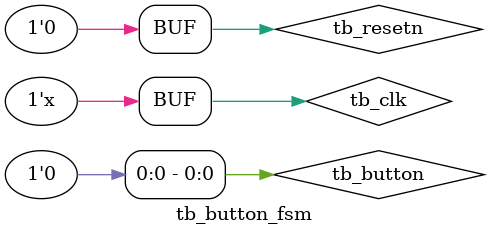
<source format=sv>
`timescale 1 ns / 1 ps

module tb_button_fsm ();

// inputs
logic tb_clk = 0;
logic tb_resetn = 0;
logic [4:0] tb_button;

// outputs
logic [5:0] tb_led;

// set clock
always #1ns tb_clk = ~tb_clk;

// link parameters
button_fsm button_fsm(.clk(tb_clk),
                      .resetn(tb_resetn),
                      .button(tb_button),
                      .led(tb_led));

initial
begin

    #10ns
    tb_button[0] = 1;
    #10ns
    tb_button[0] = 0;
end
endmodule    
</source>
